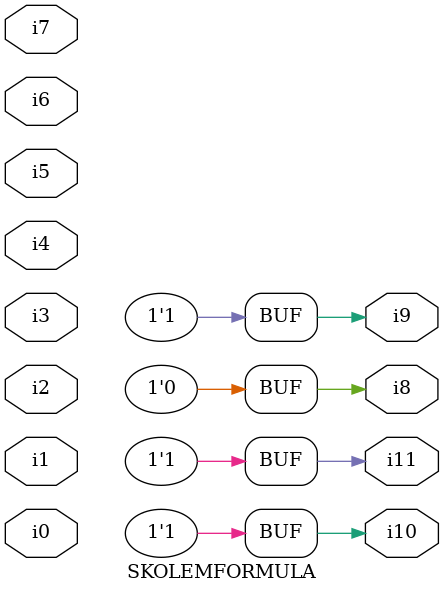
<source format=v>

module SKOLEMFORMULA ( 
    i0, i1, i2, i3, i4, i5, i6, i7,
    i8, i9, i10, i11  );
  input  i0, i1, i2, i3, i4, i5, i6, i7;
  output i8, i9, i10, i11;
  assign i8 = 1'b0;
  assign i9 = 1'b1;
  assign i10 = 1'b1;
  assign i11 = 1'b1;
endmodule



</source>
